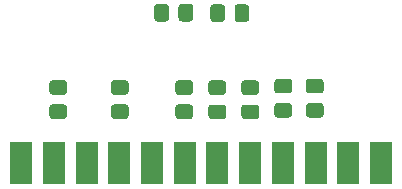
<source format=gbs>
%TF.GenerationSoftware,KiCad,Pcbnew,(5.1.6-0)*%
%TF.CreationDate,2022-09-04T14:31:22+02:00*%
%TF.ProjectId,ScsiTerm,53637369-5465-4726-9d2e-6b696361645f,rev?*%
%TF.SameCoordinates,Original*%
%TF.FileFunction,Soldermask,Bot*%
%TF.FilePolarity,Negative*%
%FSLAX46Y46*%
G04 Gerber Fmt 4.6, Leading zero omitted, Abs format (unit mm)*
G04 Created by KiCad (PCBNEW (5.1.6-0)) date 2022-09-04 14:31:22*
%MOMM*%
%LPD*%
G01*
G04 APERTURE LIST*
%ADD10R,1.946667X3.580000*%
G04 APERTURE END LIST*
%TO.C,R19*%
G36*
G01*
X155005000Y-55133262D02*
X155005000Y-54176738D01*
G75*
G02*
X155276738Y-53905000I271738J0D01*
G01*
X155983262Y-53905000D01*
G75*
G02*
X156255000Y-54176738I0J-271738D01*
G01*
X156255000Y-55133262D01*
G75*
G02*
X155983262Y-55405000I-271738J0D01*
G01*
X155276738Y-55405000D01*
G75*
G02*
X155005000Y-55133262I0J271738D01*
G01*
G37*
G36*
G01*
X152955000Y-55133262D02*
X152955000Y-54176738D01*
G75*
G02*
X153226738Y-53905000I271738J0D01*
G01*
X153933262Y-53905000D01*
G75*
G02*
X154205000Y-54176738I0J-271738D01*
G01*
X154205000Y-55133262D01*
G75*
G02*
X153933262Y-55405000I-271738J0D01*
G01*
X153226738Y-55405000D01*
G75*
G02*
X152955000Y-55133262I0J271738D01*
G01*
G37*
%TD*%
%TO.C,D1*%
G36*
G01*
X150260000Y-55088262D02*
X150260000Y-54131738D01*
G75*
G02*
X150531738Y-53860000I271738J0D01*
G01*
X151238262Y-53860000D01*
G75*
G02*
X151510000Y-54131738I0J-271738D01*
G01*
X151510000Y-55088262D01*
G75*
G02*
X151238262Y-55360000I-271738J0D01*
G01*
X150531738Y-55360000D01*
G75*
G02*
X150260000Y-55088262I0J271738D01*
G01*
G37*
G36*
G01*
X148210000Y-55088262D02*
X148210000Y-54131738D01*
G75*
G02*
X148481738Y-53860000I271738J0D01*
G01*
X149188262Y-53860000D01*
G75*
G02*
X149460000Y-54131738I0J-271738D01*
G01*
X149460000Y-55088262D01*
G75*
G02*
X149188262Y-55360000I-271738J0D01*
G01*
X148481738Y-55360000D01*
G75*
G02*
X148210000Y-55088262I0J271738D01*
G01*
G37*
%TD*%
%TO.C,R15*%
G36*
G01*
X162276262Y-61449000D02*
X161319738Y-61449000D01*
G75*
G02*
X161048000Y-61177262I0J271738D01*
G01*
X161048000Y-60470738D01*
G75*
G02*
X161319738Y-60199000I271738J0D01*
G01*
X162276262Y-60199000D01*
G75*
G02*
X162548000Y-60470738I0J-271738D01*
G01*
X162548000Y-61177262D01*
G75*
G02*
X162276262Y-61449000I-271738J0D01*
G01*
G37*
G36*
G01*
X162276262Y-63499000D02*
X161319738Y-63499000D01*
G75*
G02*
X161048000Y-63227262I0J271738D01*
G01*
X161048000Y-62520738D01*
G75*
G02*
X161319738Y-62249000I271738J0D01*
G01*
X162276262Y-62249000D01*
G75*
G02*
X162548000Y-62520738I0J-271738D01*
G01*
X162548000Y-63227262D01*
G75*
G02*
X162276262Y-63499000I-271738J0D01*
G01*
G37*
%TD*%
%TO.C,R13*%
G36*
G01*
X159609262Y-61449000D02*
X158652738Y-61449000D01*
G75*
G02*
X158381000Y-61177262I0J271738D01*
G01*
X158381000Y-60470738D01*
G75*
G02*
X158652738Y-60199000I271738J0D01*
G01*
X159609262Y-60199000D01*
G75*
G02*
X159881000Y-60470738I0J-271738D01*
G01*
X159881000Y-61177262D01*
G75*
G02*
X159609262Y-61449000I-271738J0D01*
G01*
G37*
G36*
G01*
X159609262Y-63499000D02*
X158652738Y-63499000D01*
G75*
G02*
X158381000Y-63227262I0J271738D01*
G01*
X158381000Y-62520738D01*
G75*
G02*
X158652738Y-62249000I271738J0D01*
G01*
X159609262Y-62249000D01*
G75*
G02*
X159881000Y-62520738I0J-271738D01*
G01*
X159881000Y-63227262D01*
G75*
G02*
X159609262Y-63499000I-271738J0D01*
G01*
G37*
%TD*%
%TO.C,R12*%
G36*
G01*
X156815262Y-61585000D02*
X155858738Y-61585000D01*
G75*
G02*
X155587000Y-61313262I0J271738D01*
G01*
X155587000Y-60606738D01*
G75*
G02*
X155858738Y-60335000I271738J0D01*
G01*
X156815262Y-60335000D01*
G75*
G02*
X157087000Y-60606738I0J-271738D01*
G01*
X157087000Y-61313262D01*
G75*
G02*
X156815262Y-61585000I-271738J0D01*
G01*
G37*
G36*
G01*
X156815262Y-63635000D02*
X155858738Y-63635000D01*
G75*
G02*
X155587000Y-63363262I0J271738D01*
G01*
X155587000Y-62656738D01*
G75*
G02*
X155858738Y-62385000I271738J0D01*
G01*
X156815262Y-62385000D01*
G75*
G02*
X157087000Y-62656738I0J-271738D01*
G01*
X157087000Y-63363262D01*
G75*
G02*
X156815262Y-63635000I-271738J0D01*
G01*
G37*
%TD*%
%TO.C,R10*%
G36*
G01*
X154021262Y-61585000D02*
X153064738Y-61585000D01*
G75*
G02*
X152793000Y-61313262I0J271738D01*
G01*
X152793000Y-60606738D01*
G75*
G02*
X153064738Y-60335000I271738J0D01*
G01*
X154021262Y-60335000D01*
G75*
G02*
X154293000Y-60606738I0J-271738D01*
G01*
X154293000Y-61313262D01*
G75*
G02*
X154021262Y-61585000I-271738J0D01*
G01*
G37*
G36*
G01*
X154021262Y-63635000D02*
X153064738Y-63635000D01*
G75*
G02*
X152793000Y-63363262I0J271738D01*
G01*
X152793000Y-62656738D01*
G75*
G02*
X153064738Y-62385000I271738J0D01*
G01*
X154021262Y-62385000D01*
G75*
G02*
X154293000Y-62656738I0J-271738D01*
G01*
X154293000Y-63363262D01*
G75*
G02*
X154021262Y-63635000I-271738J0D01*
G01*
G37*
%TD*%
%TO.C,R9*%
G36*
G01*
X150270738Y-62376000D02*
X151227262Y-62376000D01*
G75*
G02*
X151499000Y-62647738I0J-271738D01*
G01*
X151499000Y-63354262D01*
G75*
G02*
X151227262Y-63626000I-271738J0D01*
G01*
X150270738Y-63626000D01*
G75*
G02*
X149999000Y-63354262I0J271738D01*
G01*
X149999000Y-62647738D01*
G75*
G02*
X150270738Y-62376000I271738J0D01*
G01*
G37*
G36*
G01*
X150270738Y-60326000D02*
X151227262Y-60326000D01*
G75*
G02*
X151499000Y-60597738I0J-271738D01*
G01*
X151499000Y-61304262D01*
G75*
G02*
X151227262Y-61576000I-271738J0D01*
G01*
X150270738Y-61576000D01*
G75*
G02*
X149999000Y-61304262I0J271738D01*
G01*
X149999000Y-60597738D01*
G75*
G02*
X150270738Y-60326000I271738J0D01*
G01*
G37*
%TD*%
%TO.C,R6*%
G36*
G01*
X144809738Y-62367000D02*
X145766262Y-62367000D01*
G75*
G02*
X146038000Y-62638738I0J-271738D01*
G01*
X146038000Y-63345262D01*
G75*
G02*
X145766262Y-63617000I-271738J0D01*
G01*
X144809738Y-63617000D01*
G75*
G02*
X144538000Y-63345262I0J271738D01*
G01*
X144538000Y-62638738D01*
G75*
G02*
X144809738Y-62367000I271738J0D01*
G01*
G37*
G36*
G01*
X144809738Y-60317000D02*
X145766262Y-60317000D01*
G75*
G02*
X146038000Y-60588738I0J-271738D01*
G01*
X146038000Y-61295262D01*
G75*
G02*
X145766262Y-61567000I-271738J0D01*
G01*
X144809738Y-61567000D01*
G75*
G02*
X144538000Y-61295262I0J271738D01*
G01*
X144538000Y-60588738D01*
G75*
G02*
X144809738Y-60317000I271738J0D01*
G01*
G37*
%TD*%
%TO.C,R3*%
G36*
G01*
X139602738Y-62367000D02*
X140559262Y-62367000D01*
G75*
G02*
X140831000Y-62638738I0J-271738D01*
G01*
X140831000Y-63345262D01*
G75*
G02*
X140559262Y-63617000I-271738J0D01*
G01*
X139602738Y-63617000D01*
G75*
G02*
X139331000Y-63345262I0J271738D01*
G01*
X139331000Y-62638738D01*
G75*
G02*
X139602738Y-62367000I271738J0D01*
G01*
G37*
G36*
G01*
X139602738Y-60317000D02*
X140559262Y-60317000D01*
G75*
G02*
X140831000Y-60588738I0J-271738D01*
G01*
X140831000Y-61295262D01*
G75*
G02*
X140559262Y-61567000I-271738J0D01*
G01*
X139602738Y-61567000D01*
G75*
G02*
X139331000Y-61295262I0J271738D01*
G01*
X139331000Y-60588738D01*
G75*
G02*
X139602738Y-60317000I271738J0D01*
G01*
G37*
%TD*%
D10*
%TO.C,J1*%
X167403000Y-67365000D03*
X164633000Y-67365000D03*
X161863000Y-67365000D03*
X159093000Y-67365000D03*
X156323000Y-67365000D03*
X153553000Y-67365000D03*
X150783000Y-67365000D03*
X148013000Y-67365000D03*
X145243000Y-67365000D03*
X142473000Y-67365000D03*
X139703000Y-67365000D03*
X136933000Y-67365000D03*
%TD*%
M02*

</source>
